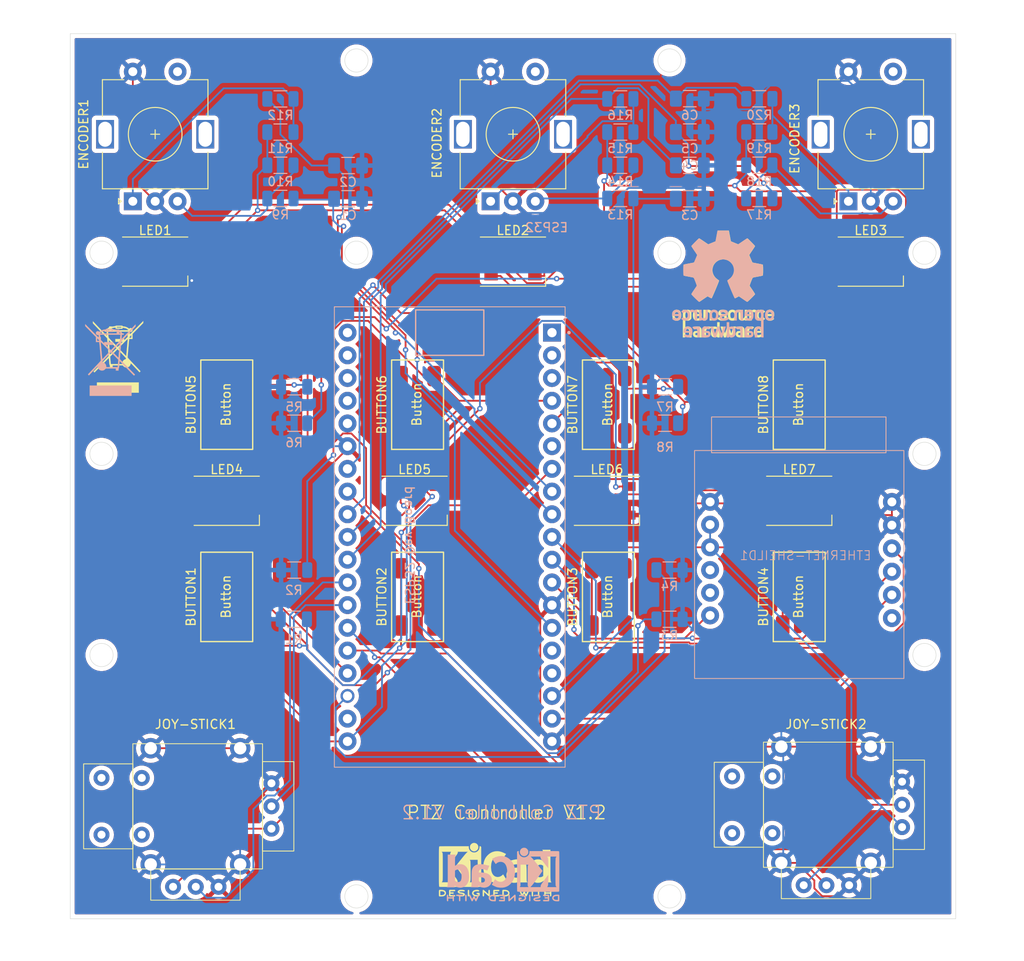
<source format=kicad_pcb>
(kicad_pcb (version 20240108) (generator "pcbnew") (generator_version "8.0")
  (layers (0 "F.Cu" signal) (31 "B.Cu" signal) (34 "B.Paste" user) (35 "F.Paste" user) (36 "B.SilkS" user "B.Silkscreen") (37 "F.SilkS" user "F.Silkscreen") (38 "B.Mask" user) (39 "F.Mask" user) (44 "Edge.Cuts" user))
  (net 0 "")
  (net 1 "RE_1_1")
  (net 2 "GND")
  (net 3 "RE_1_2")
  (net 4 "RE_2_1")
  (net 5 "RE_2_2")
  (net 6 "RE_3_1")
  (net 7 "RE_3_2")
  (net 8 "+3.3V")
  (net 9 "LED")
  (net 11 "B1")
  (net 12 "B2")
  (net 13 "B3")
  (net 14 "B4")
  (net 15 "B5")
  (net 16 "B6")
  (net 17 "B7")
  (net 18 "B8")
  (net 19 "/wire from Encoder 2")
  (net 20 "/wire from Encoder 1")
  (net 23 "H2")
  (net 27 "MISO")
  (net 28 "V1")
  (net 31 "SCK")
  (net 33 "H1")
  (net 34 "CS")
  (net 37 "V2")
  (net 40 "MOSI")
  (net 48 "/wire from Encoder 4")
  (net 49 "/LED Data 1")
  (net 50 "/wire from Encoder 3")
  (net 52 "/wire from Encoder 6")
  (net 53 "/wire from Encoder 5")
  (net 55 "/LED Data 2")
  (net 56 "/LED Data 3")
  (net 57 "/LED Data 4")
  (net 58 "/LED Data 5")
  (net 59 "/LED Data 6")
  (footprint "button:TWS4417-250AT" (layer "F.Cu") (at 161.6667 112.25 90)
    (property "Reference" "BUTTON3")
    (property "Value" "~")
  )
  (footprint "LED_SMD:LED_SK6812_PLCC4_5.0x5.0mm_P3.2mm" (layer "F.Cu") (at 183 101.5)
    (property "Reference" "LED7")
    (property "Value" "SK6812")
  )
  (footprint "LED_SMD:LED_SK6812_PLCC4_5.0x5.0mm_P3.2mm" (layer "F.Cu") (at 161.5 101.5)
    (property "Reference" "LED6")
    (property "Value" "SK6812")
  )
  (footprint "Symbol:KiCad-Logo2_5mm_SilkScreen" (layer "F.Cu") (at 149 142.75)
    (property "Reference" "REF1" (hide yes))
    (property "Value" "KiCad-Logo2_5mm_SilkScreen" (hide yes))
  )
  (footprint "Rotary_Encoder:RotaryEncoder_Alps_EC11E-Switch_Vertical_H20mm" (layer "F.Cu") (at 188.5 68 90)
    (property "Reference" "ENCODER3")
    (property "Value" "RotaryEncoder_Switch")
  )
  (footprint "button:TWS4417-250AT" (layer "F.Cu") (at 140.3333 90.75 90)
    (property "Reference" "BUTTON6")
    (property "Value" "~")
  )
  (footprint "Rotary_Encoder:RotaryEncoder_Alps_EC11E-Switch_Vertical_H20mm" (layer "F.Cu") (at 148.5 68 90)
    (property "Reference" "ENCODER2")
    (property "Value" "RotaryEncoder_Switch")
  )
  (footprint "Symbol:OSHW-Logo_11.4x12mm_SilkScreen" (layer "F.Cu") (at 174.5 77.25)
    (property "Reference" "REF4" (hide yes))
    (property "Value" "OSHW-Logo_11.4x12mm_SilkScreen" (hide yes))
  )
  (footprint "button:TWS4417-250AT" (layer "F.Cu") (at 161.6667 90.75 90)
    (property "Reference" "BUTTON7")
    (property "Value" "~")
  )
  (footprint "button:TWS4417-250AT" (layer "F.Cu") (at 183 112.25 90)
    (property "Reference" "BUTTON4")
    (property "Value" "~")
  )
  (footprint "LED_SMD:LED_SK6812_PLCC4_5.0x5.0mm_P3.2mm" (layer "F.Cu") (at 191 74.75)
    (property "Reference" "LED3")
    (property "Value" "SK6812")
  )
  (footprint "LED_SMD:LED_SK6812_PLCC4_5.0x5.0mm_P3.2mm" (layer "F.Cu") (at 151 74.75)
    (property "Reference" "LED2")
    (property "Value" "SK6812")
  )
  (footprint "PS4_joystick:COM-09032" (layer "F.Cu") (at 186.5 135.5 90)
    (property "Reference" "JOY-STICK2")
    (property "Value" "COM-09032")
  )
  (footprint "Rotary_Encoder:RotaryEncoder_Alps_EC11E-Switch_Vertical_H20mm" (layer "F.Cu") (at 108.5 68 90)
    (property "Reference" "ENCODER1")
    (property "Value" "RotaryEncoder_Switch")
  )
  (footprint "PS4_joystick:COM-09032" (layer "F.Cu") (at 116 135.675 90)
    (property "Reference" "JOY-STICK1")
    (property "Value" "COM-09032")
  )
  (footprint "button:TWS4417-250AT" (layer "F.Cu") (at 119 112.25 90)
    (property "Reference" "BUTTON1")
    (property "Value" "~")
  )
  (footprint "button:TWS4417-250AT" (layer "F.Cu") (at 119 90.75 90)
    (property "Reference" "BUTTON5")
    (property "Value" "~")
  )
  (footprint "LED_SMD:LED_SK6812_PLCC4_5.0x5.0mm_P3.2mm" (layer "F.Cu") (at 111 74.75)
    (property "Reference" "LED1")
    (property "Value" "SK6812")
  )
  (footprint "LED_SMD:LED_SK6812_PLCC4_5.0x5.0mm_P3.2mm" (layer "F.Cu") (at 119 101.5)
    (property "Reference" "LED4")
    (property "Value" "SK6812")
  )
  (footprint "Symbol:WEEE-Logo_5.6x8mm_SilkScreen" (layer "F.Cu") (at 106.845743 85.402408)
    (property "Reference" "REF6" (hide yes))
    (property "Value" "WEEE-Logo_5.6x8mm_SilkScreen" (hide yes))
  )
  (footprint "button:TWS4417-250AT" (layer "F.Cu") (at 183 90.75 90)
    (property "Reference" "BUTTON8")
    (property "Value" "~")
  )
  (footprint "button:TWS4417-250AT" (layer "F.Cu") (at 140.3333 112.25 90)
    (property "Reference" "BUTTON2")
    (property "Value" "~")
  )
  (footprint "LED_SMD:LED_SK6812_PLCC4_5.0x5.0mm_P3.2mm" (layer "F.Cu") (at 140 101.5)
    (property "Reference" "LED5")
    (property "Value" "SK6812")
  )
  (footprint "Capacitor_SMD:C_1206_3216Metric_Pad1.33x1.80mm_HandSolder" (layer "B.Cu") (at 132.5625 67.715)
    (property "Reference" "C1")
    (property "Value" "0.01uf")
  )
  (footprint "Resistor_SMD:R_1206_3216Metric" (layer "B.Cu") (at 126.5375 92.8214 180)
    (property "Reference" "R6")
    (property "Value" "R10k")
  )
  (footprint "Resistor_SMD:R_1206_3216Metric" (layer "B.Cu") (at 168 92.8214 180)
    (property "Reference" "R8")
    (property "Value" "R10k")
  )
  (footprint "Resistor_SMD:R_1206_3216Metric" (layer "B.Cu") (at 126.5 114.75 180)
    (property "Reference" "R1")
    (property "Value" "R10k")
  )
  (footprint "Symbol:WEEE-Logo_5.6x8mm_SilkScreen" (layer "B.Cu") (at 106 85.75 180)
    (property "Reference" "REF5" (hide yes))
    (property "Value" "WEEE-Logo_5.6x8mm_SilkScreen" (hide yes))
  )
  (footprint "Resistor_SMD:R_1206_3216Metric" (layer "B.Cu") (at 126.5375 109.25 180)
    (property "Reference" "R2")
    (property "Value" "R10k")
  )
  (footprint "Resistor_SMD:R_1206_3216Metric" (layer "B.Cu") (at 163 60.26)
    (property "Reference" "R15")
    (property "Value" "R10k")
  )
  (footprint "Symbol:KiCad-Logo2_5mm_SilkScreen" (layer "B.Cu") (at 149.900215 143.290008 180)
    (property "Reference" "REF2" (hide yes))
    (property "Value" "KiCad-Logo2_5mm_SilkScreen" (hide yes))
  )
  (footprint "Symbol:OSHW-Logo_11.4x12mm_SilkScreen" (layer "B.Cu") (at 174.5 77.25 180)
    (property "Reference" "REF3" (hide yes))
    (property "Value" "OSHW-Logo_11.4x12mm_SilkScreen" (hide yes))
  )
  (footprint "Capacitor_SMD:C_1206_3216Metric_Pad1.33x1.80mm_HandSolder" (layer "B.Cu") (at 170.7688 56.5175)
    (property "Reference" "C6")
    (property "Value" "0.01uf")
  )
  (footprint "Capacitor_SMD:C_1206_3216Metric_Pad1.33x1.80mm_HandSolder" (layer "B.Cu") (at 132.5625 64.0025)
    (property "Reference" "C2")
    (property "Value" "0.01uf")
  )
  (footprint "Resistor_SMD:R_1206_3216Metric" (layer "B.Cu") (at 168.5 114.75)
    (property "Reference" "R3")
    (property "Value" "R10k")
  )
  (footprint "Resistor_SMD:R_1206_3216Metric" (layer "B.Cu") (at 125 67.685)
    (property "Reference" "R9")
    (property "Value" "R10k")
  )
  (footprint "Capacitor_SMD:C_1206_3216Metric_Pad1.33x1.80mm_HandSolder" (layer "B.Cu") (at 170.7688 63.9825)
    (property "Reference" "C4")
    (property "Value" "0.01uf")
  )
  (footprint "Resistor_SMD:R_1206_3216Metric" (layer "B.Cu") (at 168.5 109.25)
    (property "Reference" "R4")
    (property "Value" "R10k")
  )
  (footprint "Resistor_SMD:R_1206_3216Metric" (layer "B.Cu") (at 163 63.9725)
    (property "Reference" "R14")
    (property "Value" "R10k")
  )
  (footprint "Resistor_SMD:R_1206_3216Metric" (layer "B.Cu") (at 125 63.9725)
    (property "Reference" "R10")
    (property "Value" "R10k")
  )
  (footprint "Resistor_SMD:R_1206_3216Metric" (layer "B.Cu") (at 178.5375 63.9675)
    (property "Reference" "R18")
    (property "Value" "R10k")
  )
  (footprint "Resistor_SMD:R_1206_3216Metric" (layer "B.Cu") (at 163 67.685)
    (property "Reference" "R13")
    (property "Value" "R10k")
  )
  (footprint "Resistor_SMD:R_1206_3216Metric" (layer "B.Cu") (at 126.5375 88.75 180)
    (property "Reference" "R5")
    (property "Value" "R10k")
  )
  (footprint "Capacitor_SMD:C_1206_3216Metric_Pad1.33x1.80mm_HandSolder" (layer "B.Cu") (at 170.7688 60.25)
    (property "Reference" "C5")
    (property "Value" "0.01uf")
  )
  (footprint "Custom components:MODULE_ESP32-DEVKITC-32D" (layer "B.Cu") (at 143.93 105.55 180)
    (property "Reference" "ESP32")
    (property "Value" "ESP32-DEVKITC-32D")
  )
  (footprint "Capacitor_SMD:C_1206_3216Metric_Pad1.33x1.80mm_HandSolder" (layer "B.Cu") (at 170.7688 67.715)
    (property "Reference" "C3")
    (property "Value" "0.01uf")
  )
  (footprint "Resistor_SMD:R_1206_3216Metric" (layer "B.Cu") (at 178.5375 56.5325)
    (property "Reference" "R20")
    (property "Value" "R10k")
  )
  (footprint "Resistor_SMD:R_1206_3216Metric" (layer "B.Cu") (at 125 60.26)
    (property "Reference" "R11")
    (property "Value" "R10k")
  )
  (footprint "Resistor_SMD:R_1206_3216Metric" (layer "B.Cu") (at 125 56.5475)
    (property "Reference" "R12")
    (property "Value" "R10k")
  )
  (footprint "Resistor_SMD:R_1206_3216Metric" (layer "B.Cu") (at 168 88.75 180)
    (property "Reference" "R7")
    (property "Value" "R10k")
  )
  (footprint "Resistor_SMD:R_1206_3216Metric" (layer "B.Cu") (at 178.5375 67.685)
    (property "Reference" "R17")
    (property "Value" "R10k")
  )
  (footprint "Resistor_SMD:R_1206_3216Metric" (layer "B.Cu") (at 163 56.5475)
    (property "Reference" "R16")
    (property "Value" "R10k")
  )
  (footprint "Ethernet_Sheild:W5500_mini_ethernet_sheild" (layer "B.Cu") (at 183.2 107.625 180)
    (property "Reference" "ETHERNET-SHEILD1")
    (property "Value" "~")
  )
  (footprint "Resistor_SMD:R_1206_3216Metric" (layer "B.Cu") (at 178.5375 60.25)
    (property "Reference" "R19")
    (property "Value" "R10k")
  )
  (gr_circle (center 168.5 52.25) (end 169.8 52.25) (stroke (width 0.05)) (fill none) (layer "Edge.Cuts"))
  (gr_circle (center 168.5 73.75) (end 169.8 73.75) (stroke (width 0.05)) (fill none) (layer "Edge.Cuts"))
  (gr_circle (center 197 73.75) (end 198.3 73.75) (stroke (width 0.05)) (fill none) (layer "Edge.Cuts"))
  (gr_circle (center 197 96.25) (end 198.3 96.25) (stroke (width 0.05)) (fill none) (layer "Edge.Cuts"))
  (gr_circle (center 105 118.75) (end 106.3 118.75) (stroke (width 0.05)) (fill none) (layer "Edge.Cuts"))
  (gr_circle (center 197 118.75) (end 198.3 118.75) (stroke (width 0.05)) (fill none) (layer "Edge.Cuts"))
  (gr_circle (center 133.5 52.25) (end 134.8 52.25) (stroke (width 0.05)) (fill none) (layer "Edge.Cuts"))
  (gr_circle (center 105 73.75) (end 106.3 73.75) (stroke (width 0.05)) (fill none) (layer "Edge.Cuts"))
  (gr_rect (start 101.5 49.25) (end 200.5 148.25) (stroke (width 0.05)) (fill none) (layer "Edge.Cuts"))
  (gr_circle (center 133.5 145.75) (end 134.8 145.75) (stroke (width 0.05)) (fill none) (layer "Edge.Cuts"))
  (gr_circle (center 133.5 73.75) (end 134.8 73.75) (stroke (width 0.05)) (fill none) (layer "Edge.Cuts"))
  (gr_circle (center 168.5 145.75) (end 169.8 145.75) (stroke (width 0.05)) (fill none) (layer "Edge.Cuts"))
  (gr_circle (center 105 96.25) (end 106.3 96.25) (stroke (width 0.05)) (fill none) (layer "Edge.Cuts"))
  (gr_text "PTZ Controller V1.2\n" (at 161 137.25 0) (layer "B.SilkS") (effects (font (size 1.5 1.5)) (justify left bottom mirror)))
  (gr_text "PTZ Controller V1.2" (at 139 137.25 0) (layer "F.SilkS") (effects (font (size 1.5 1.5)) (justify left bottom)))
  (segment (start 140.2899 83.6444) (end 131.87 75.2245) (width 0.2) (layer "F.Cu") (net 1))
  (segment (start 140.2899 85.7045) (end 140.2899 83.6444) (width 0.2) (layer "F.Cu") (net 1))
  (segment (start 131.87 70.9922) (end 132.0618 70.8004) (width 0.2) (layer "F.Cu") (net 1))
  (segment (start 131.87 75.2245) (end 131.87 70.9922) (width 0.2) (layer "F.Cu") (net 1))
  (via (at 132.0618 70.8004) (size 0.6) (drill 0.3) (layers "F.Cu" "B.Cu") (net 1))
  (via (at 140.2899 85.7045) (size 0.6) (drill 0.3) (layers "F.Cu" "B.Cu") (net 1))
  (segment (start 132.0618 70.8004) (end 131.5654 70.8004) (width 0.2) (layer "B.Cu") (net 1))
  (segment (start 130.9039 67.8111) (end 126.5886 67.8111) (width 0.2) (layer "B.Cu") (net 1))
  (segment (start 130.9039 70.1389) (end 130.9039 67.8111) (width 0.2) (layer "B.Cu") (net 1))
  (segment (start 131.5654 70.8004) (end 130.9039 70.1389) (width 0.2) (layer "B.Cu") (net 1))
  (segment (start 126.5886 67.8111) (end 126.4625 67.685) (width 0.2) (layer "B.Cu") (net 1))
  (segment (start 130.9039 67.8111) (end 131 67.715) (width 0.2) (layer "B.Cu") (net 1))
  (segment (start 140.2899 87.9399) (end 140.2899 85.7045) (width 0.2) (layer "B.Cu") (net 1))
  (segment (start 155.36 103.01) (end 140.2899 87.9399) (width 0.2) (layer "B.Cu") (net 1))
  (segment (start 182.7256 142) (end 184.6907 143.9651) (width 0.2) (layer "F.Cu") (net 2))
  (segment (start 185.45 103.1) (end 184.3983 103.1) (width 0.2) (layer "F.Cu") (net 2))
  (segment (start 155.36 128.41) (end 154.0502 127.1002) (width 0.2) (layer "F.Cu") (net 2))
  (segment (start 108.5 53.5) (end 108.5 65.5) (width 0.2) (layer "F.Cu") (net 2))
  (segment (start 193.36 103.1) (end 193.36 101.625) (width 0.2) (layer "F.Cu") (net 2))
  (segment (start 153.45 76.35) (end 154.5017 76.35) (width 0.2) (layer "F.Cu") (net 2))
  (segment (start 173.04 101.625) (end 173.04 101.7883) (width 0.2) (layer "F.Cu") (net 2))
  (segment (start 115.018 76.8663) (end 114.5017 76.35) (width 0.2) (layer "F.Cu") (net 2))
  (segment (start 191 129) (end 181 129) (width 0.2) (layer "F.Cu") (net 2))
  (segment (start 155.95 129) (end 155.36 128.41) (width 0.2) (layer "F.Cu") (net 2))
  (segment (start 125.0669 103.1) (end 132.5 95.6669) (width 0.2) (layer "F.Cu") (net 2))
  (segment (start 154.0502 114.4798) (end 155.36 113.17) (width 0.2) (layer "F.Cu") (net 2))
  (segment (start 173.04 101.7883) (end 183.0866 101.7883) (width 0.2) (layer "F.Cu") (net 2))
  (segment (start 154.5017 71.5017) (end 154.5017 76.35) (width 0.2) (layer "F.Cu") (net 2))
  (segment (start 165.0017 103.1) (end 166.3134 101.7883) (width 0.2) (layer "F.Cu") (net 2))
  (segment (start 113.45 76.35) (end 114.5017 76.35) (width 0.2) (layer "F.Cu") (net 2))
  (segment (start 118.08 144.595) (end 118.08 144.675) (width 0.2) (layer "F.Cu") (net 2))
  (segment (start 181 142) (end 182.7256 142) (width 0.2) (layer "F.Cu") (net 2))
  (segment (start 108.5 65.5) (end 111 68) (width 0.2) (layer "F.Cu") (net 2))
  (segment (start 145.29 103.1) (end 155.36 113.17) (width 0.2) (layer "F.Cu") (net 2))
  (segment (start 148.5 53.5) (end 148.5 65.5) (width 0.2) (layer "F.Cu") (net 2))
  (segment (start 187.3526 145.7274) (end 188.58 144.5) (width 0.2) (layer "F.Cu") (net 2))
  (segment (start 184.6907 143.9651) (end 184.6907 144.8487) (width 0.2) (layer "F.Cu") (net 2))
  (segment (start 193.36 104.225) (end 193.36 103.1) (width 0.2) (layer "F.Cu") (net 2))
  (segment (start 166.3134 101.7883) (end 173.04 101.7883) (width 0.2) (layer "F.Cu") (net 2))
  (segment (start 115.0943 76.8663) (end 115.018 76.8663) (width 0.2) (layer "F.Cu") (net 2))
  (segment (start 154.0502 127.1002) (end 154.0502 114.4798) (width 0.2) (layer "F.Cu") (net 2))
  (segment (start 184.6907 144.8487) (end 185.5694 145.7274) (width 0.2) (layer "F.Cu") (net 2))
  (segment (start 121.45 103.1) (end 122.5017 103.1) (width 0.2) (layer "F.Cu") (net 2))
  (segment (start 185.5694 145.7274) (end 187.3526 145.7274) (width 0.2) (layer "F.Cu") (net 2))
  (segment (start 194.5017 76.35) (end 194.5017 71.5017) (width 0.2) (layer "F.Cu") (net 2))
  (segment (start 193.36 103.1) (end 186.5017 103.1) (width 0.2) (layer "F.Cu") (net 2))
  (segment (start 183.0866 101.7883) (end 184.3983 103.1) (width 0.2) (layer "F.Cu") (net 2))
  (segment (start 132.5 95.6669) (end 132.5 95.39) (width 0.2) (layer "F.Cu") (net 2))
  (segment (start 181 129) (end 155.95 129) (width 0.2) (layer "F.Cu") (net 2))
  (segment (start 163.95 103.1) (end 165.0017 103.1) (width 0.2) (layer "F.Cu") (net 2))
  (segment (start 148.5 65.5) (end 151 68) (width 0.2) (layer "F.Cu") (net 2))
  (segment (start 194.5017 71.5017) (end 191 68) (width 0.2) (layer "F.Cu") (net 2))
  (segment (start 151 68) (end 154.5017 71.5017) (width 0.2) (layer "F.Cu") (net 2))
  (segment (start 142.45 103.1) (end 145.29 103.1) (width 0.2) (layer "F.Cu") (net 2))
  (segment (start 120.5 142.175) (end 118.08 144.595) (width 0.2) (layer "F.Cu") (net 2))
  (segment (start 122.5017 103.1) (end 125.0669 103.1) (width 0.2) (layer "F.Cu") (net 2))
  (segment (start 193.45 76.35) (end 194.5017 76.35) (width 0.2) (layer "F.Cu") (net 2))
  (segment (start 110.5 129.175) (end 120.5 129.175) (width 0.2) (layer "F.Cu") (net 2))
  (segment (start 185.45 103.1) (end 186.5017 103.1) (width 0.2) (layer "F.Cu") (net 2))
  (via (at 115.0943 76.8663) (size 0.6) (drill 0.3) (layers "F.Cu" "B.Cu") (net 2))
  (segment (start 161.6367 69.3048) (end 163.4006 67.5409) (width 0.2) (layer "B.Cu") (net 2))
  (segment (start 181 142) (end 181.2141 141.7859) (width 0.2) (layer "B.Cu") (net 2))
  (segment (start 188.5 53.5) (end 188.5 54.5282) (width 0.2) (layer "B.Cu") (net 2))
  (segment (start 178.5375 56.2554) (end 178.5375 56.7938) (width 0.2) (layer "B.Cu") (net 2))
  (segment (start 125.075 97.9586) (end 127.6436 95.39) (width 0.2) (layer "B.Cu") (net 2))
  (segment (start 194.5 132.5) (end 194.5 132.92) (width 0.2) (layer "B.Cu") (net 2))
  (segment (start 173.04 101.625) (end 166.5375 95.1225) (width 0.2) (layer "B.Cu") (net 2))
  (segment (start 125.075 78.714) (end 116.942 78.714) (width 0.2) (layer "B.Cu") (net 2))
  (segment (start 120.5 129.175) (end 125.0375 124.6375) (width 0.2) (layer "B.Cu") (net 2))
  (segment (start 163.4006 67.5409) (end 163.4006 67.0226) (width 0.2) (layer "B.Cu") (net 2))
  (segment (start 169.9625 104.7025) (end 173.04 101.625) (width 0.2) (layer "B.Cu") (net 2))
  (segment (start 120.5 136.595) (end 120.5 142.175) (width 0.2) (layer "B.Cu") (net 2))
  (segment (start 152.3048 69.3048) (end 161.6367 69.3048) (width 0.2) (layer "B.Cu") (net 2))
  (segment (start 166.5375 88.75) (end 166.5375 92.8214) (width 0.2) (layer "B.Cu") (net 2))
  (segment (start 124 132.675) (end 124 133.095) (width 0.2) (layer "B.Cu") (net 2))
  (segment (start 137.9975 64.0025) (end 134.125 64.0025) (width 0.2) (layer "B.Cu") (net 2))
  (segment (start 172.3313 60.25) (end 172.3313 57.7192) (width 0.2) (layer "B.Cu") (net 2))
  (segment (start 125.075 78.714) (end 125.075 88.75) (width 0.2) (layer "B.Cu") (net 2))
  (segment (start 181 125.7875) (end 181 129) (width 0.2) (layer "B.Cu") (net 2))
  (segment (start 172.3313 57.7192) (end 172.3313 56.5175) (width 0.2) (layer "B.Cu") (net 2))
  (segment (start 125.075 92.8214) (end 127.6436 95.39) (width 0.2) (layer "B.Cu") (net 2))
  (segment (start 191 68) (end 191 57.0282) (width 0.2) (layer "B.Cu") (net 2))
  (segment (start 191 142.08) (end 191 142) (width 0.2) (layer "B.Cu") (net 2))
  (segment (start 180.2647 54.5282) (end 178.5375 56.2554) (width 0.2) (layer "B.Cu") (net 2))
  (segment (start 169.9625 109.25) (end 169.9625 104.7025) (width 0.2) (layer "B.Cu") (net 2))
  (segment (start 134.125 64.0025) (end 134.125 67.715) (width 0.2) (layer "B.Cu") (net 2))
  (segment (start 118.08 144.675) (end 115.58 142.175) (width 0.2) (layer "B.Cu") (net 2))
  (segment (start 163.4006 67.0226) (end 163.9181 66.5051) (width 0.2) (layer "B.Cu") (net 2))
  (segment (start 134.125 67.715) (end 134.125 69.664) (width 0.2) (layer "B.Cu") (net 2))
  (segment (start 172.3313 67.715) (end 172.3313 66.5051) (width 0.2) (layer "B.Cu") (net 2))
  (segment (start 115.58 142.175) (end 110.5 142.175) (width 0.2) (layer "B.Cu") (net 2))
  (segment (start 181.2141 141.7859) (end 181.2141 129.2141) (width 0.2) (layer "B.Cu") (net 2))
  (segment (start 151 68) (end 152.3048 69.3048) (width 0.2) (layer "B.Cu") (net 2))
  (segment (start 188.58 144.5) (end 191 142.08) (width 0.2) (layer "B.Cu") (net 2))
  (segment (start 178.5375 56.7938) (end 177.6121 57.7192) (width 0.2) (layer "B.Cu") (net 2))
  (segment (start 163.9181 66.5051) (end 172.3313 66.5051) (width 0.2) (layer "B.Cu") (net 2))
  (segment (start 172.3313 82.9562) (end 172.3313 67.715) (width 0.2) (layer "B.Cu") (net 2))
  (segment (start 134.125 69.664) (end 125.075 78.714) (width 0.2) (layer "B.Cu") (net 2))
  (segment (start 181.2141 129.2141) (end 181 129) (width 0.2) (layer "B.Cu") (net 2))
  (segment (start 148.5 53.5) (end 137.9975 64.0025) (width 0.2) (layer "B.Cu") (net 2))
  (segment (start 191 57.0282) (end 188.5 54.5282) (width 0.2) (layer "B.Cu") (net 2))
  (segment (start 120.5 129.175) (end 124 132.675) (width 0.2) (layer "B.Cu") (net 2))
  (segment (start 172.3313 66.5051) (end 172.3313 63.9825) (width 0.2) (layer "B.Cu") (net 2))
  (segment (start 127.6436 95.39) (end 132.5 95.39) (width 0.2) (layer "B.Cu") (net 2))
  (segment (start 125.075 88.75) (end 125.075 92.8214) (width 0.2) (layer "B.Cu") (net 2))
  (segment (start 188.5 54.5282) (end 180.2647 54.5282) (width 0.2) (layer "B.Cu") (net 2))
  (segment (start 166.5375 95.1225) (end 166.5375 92.8214) (width 0.2) (layer "B.Cu") (net 2))
  (segment (start 125.075 109.25) (end 125.075 97.9586) (width 0.2) (layer "B.Cu") (net 2))
  (segment (start 125.0375 114.75) (end 125.0375 109.2875) (width 0.2) (layer "B.Cu") (net 2))
  (segment (start 124 133.095) (end 120.5 136.595) (width 0.2) (layer "B.Cu") (net 2))
  (segment (start 177.6121 57.7192) (end 172.3313 57.7192) (width 0.2) (layer "B.Cu") (net 2))
  (segment (start 169.9625 114.75) (end 181 125.7875) (width 0.2) (layer "B.Cu") (net 2))
  (segment (start 125.0375 124.6375) (end 125.0375 114.75) (width 0.2) (layer "B.Cu") (net 2))
  (segment (start 172.3313 63.9825) (end 172.3313 60.25) (width 0.2) (layer "B.Cu") (net 2))
  (segment (start 111 68) (end 115.0943 72.0943) (width 0.2) (layer "B.Cu") (net 2))
  (segment (start 191 129) (end 194.5 132.5) (width 0.2) (layer "B.Cu") (net 2))
  (segment (start 115.0943 72.0943) (end 115.0943 76.8663) (width 0.2) (layer "B.Cu") (net 2))
  (segment (start 169.9625 114.75) (end 169.9625 109.25) (width 0.2) (layer "B.Cu") (net 2))
  (segment (start 166.5375 88.75) (end 172.3313 82.9562) (width 0.2) (layer "B.Cu") (net 2))
  (segment (start 125.0375 109.2875) (end 125.075 109.25) (width 0.2) (layer "B.Cu") (net 2))
  (segment (start 116.942 78.714) (end 115.0943 76.8663) (width 0.2) (layer "B.Cu") (net 2))
  (segment (start 131.5387 69.8019) (end 131.4191 69.9215) (width 0.2) (layer "F.Cu") (net 3))
  (segment (start 131.4191 75.4132) (end 138.9923 82.9864) (width 0.2) (layer "F.Cu") (net 3))
  (segment (start 131.4191 69.9215) (end 131.4191 75.4132) (width 0.2) (layer "F.Cu") (net 3))
  (segment (start 138.9923 82.9864) (end 138.9923 84.6175) (width 0.2) (layer "F.Cu") (net 3))
  (via (at 131.5387 69.8019) (size 0.6) (drill 0.3) (layers "F.Cu" "B.Cu") (net 3))
  (via (at 138.9923 84.6175) (size 0.6) (drill 0.3) (layers "F.Cu" "B.Cu") (net 3))
  (segment (start 144.4967 92.7254) (end 138.9923 87.221) (width 0.2) (layer "B.Cu") (net 3))
  (segment (start 125 58.01) (end 125 60.5172) (width 0.2) (layer "B.Cu") (net 3))
  (segment (start 138.9923 87.221) (end 138.9923 84.6175) (width 0.2) (layer "B.Cu") (net 3))
  (segment (start 144.4967 104.8467) (end 144.4967 92.7254) (width 0.2) (layer "B.Cu") (net 3))
  (segment (start 155.36 115.71) (end 144.4967 104.8467) (width 0.2) (layer "B.Cu") (net 3))
  (segment (start 131.9866 64.9891) (end 131 64.0025) (width 0.2) (layer "B.Cu") (net 3))
  (segment (start 131.5387 69.8019) (end 131.9866 69.354) (width 0.2) (layer "B.Cu") (net 3))
  (segment (start 123.5375 56.5475) (end 125 58.01) (width 0.2) (layer "B.Cu") (net 3))
  (segment (start 131.9866 69.354) (end 131.9866 64.9891) (width 0.2) (layer "B.Cu") (net 3))
  (segment (start 125 60.5172) (end 128.4853 64.0025) (width 0.2) (layer "B.Cu") (net 3))
  (segment (start 128.4853 64.0025) (end 131 64.0025) (width 0.2) (layer "B.Cu") (net 3))
  (segment (start 164.4625 67.715) (end 164.4625 67.685) (width 0.2) (layer "B.Cu") (net 4))
  (segment (start 164.4625 67.715) (end 169.2063 67.715) (width 0.2) (layer "B.Cu") (net 4))
  (segment (start 155.7304 123.33) (end 164.4625 114.5979) (width 0.2) (layer "B.Cu") (net 4))
  (segment (start 164.4625 114.5979) (end 164.4625 67.715) (width 0.2) (layer "B.Cu") (net 4))
  (segment (start 155.36 123.33) (end 155.7304 123.33) (width 0.2) (layer "B.Cu") (net 4))
  (segment (start 132.5 108.09) (end 136.207 104.383) (width 0.2) (layer "B.Cu") (net 5))
  (segment (start 136.7912 77.2676) (end 157.5113 56.5475) (width 0.2) (layer "B.Cu") (net 5))
  (segment (start 136.7912 77.9601) (end 136.7912 77.2676) (width 0.2) (layer "B.Cu") (net 5))
  (segment (start 166.1407 56.4956) (end 166.1407 60.9169) (width 0.2) (layer "B.Cu") (net 5))
  (segment (start 166.1407 60.9169) (end 169.2063 63.9825) (width 0.2) (layer "B.Cu") (net 5))
  (segment (start 164.9932 55.3481) (end 166.1407 56.4956) (width 0.2) (layer "B.Cu") (net 5))
  (segment (start 136.207 78.5443) (end 136.7912 77.9601) (width 0.2) (layer "B.Cu") (net 5))
  (segment (start 157.5113 56.5475) (end 161.5375 56.5475) (width 0.2) (layer "B.Cu") (net 5))
  (segment (start 136.207 104.383) (end 136.207 78.5443) (width 0.2) (layer "B.Cu") (net 5))
  (segment (start 162.7369 55.3481) (end 164.9932 55.3481) (width 0.2) (layer "B.Cu") (net 5))
  (segment (start 161.5375 56.5475) (end 162.7369 55.3481) (width 0.2) (layer "B.Cu") (net 5))
  (segment (start 170.6473 64.0532) (end 177.1205 64.0532) (width 0.2) (layer "F.Cu") (net 6))
  (segment (start 177.1205 64.0532) (end 179.0426 65.9753) (width 0.2) (layer "F.Cu") (net 6))
  (via (at 179.0426 65.9753) (size 0.6) (drill 0.3) (layers "F.Cu" "B.Cu") (net 6))
  (via (at 170.6473 64.0532) (size 0.6) (drill 0.3) (layers "F.Cu" "B.Cu") (net 6))
  (segment (start 169.2063 58.9838) (end 169.2063 60.25) (width 0.2) (layer "B.Cu") (net 6))
  (segment (start 135.1085 79.0727) (end 136.3638 77.8174) (width 0.2) (layer "B.Cu") (net 6))
  (segment (start 165.1475 54.925) (end 169.2063 58.9838) (width 0.2) (layer "B.Cu") (net 6))
  (segment (start 135.1085 102.9415) (end 135.1085 79.0727) (width 0.2) (layer "B.Cu") (net 6))
  (segment (start 132.5 105.55) (end 135.1085 102.9415) (width 0.2) (layer "B.Cu") (net 6))
  (segment (start 136.3638 77.8174) (end 136.3638 77.1067) (width 0.2) (layer "B.Cu") (net 6))
  (segment (start 136.3638 77.1067) (end 158.5455 54.925) (width 0.2) (layer "B.Cu") (net 6))
  (segment (start 169.2063 60.25) (end 170.6473 61.691) (width 0.2) (layer "B.Cu") (net 6))
  (segment (start 158.5455 54.925) (end 165.1475 54.925) (width 0.2) (layer "B.Cu") (net 6))
  (segment (start 170.6473 61.691) (end 170.6473 64.0532) (width 0.2) (layer "B.Cu") (net 6))
  (segment (start 180 66.9327) (end 180 67.685) (width 0.2) (layer "B.Cu") (net 6))
  (segment (start 179.0426 65.9753) (end 180 66.9327) (width 0.2) (layer "B.Cu") (net 6))
  (segment (start 135.9458 76.9347) (end 158.3759 54.5046) (width 0.2) (layer "B.Cu") (net 7))
  (segment (start 134.3357 79.2586) (end 135.9458 77.6485) (width 0.2) (layer "B.Cu") (net 7))
  (segment (start 134.3357 101.1743) (end 134.3357 79.2586) (width 0.2) (layer "B.Cu") (net 7))
  (segment (start 135.9458 77.6485) (end 135.9458 76.9347) (width 0.2) (layer "B.Cu") (net 7))
  (segment (start 170.4216 55.3022) (end 169.2063 56.5175) (width 0.2) (layer "B.Cu") (net 7))
  (segment (start 167.1934 54.5046) (end 169.2063 56.5175) (width 0.2) (layer "B.Cu") (net 7))
  (segment (start 175.8447 55.3022) (end 170.4216 55.3022) (width 0.2) (layer "B.Cu") (net 7))
  (segment (start 158.3759 54.5046) (end 167.1934 54.5046) (width 0.2) (layer "B.Cu") (net 7))
  (segment (start 177.075 56.5325) (end 175.8447 55.3022) (width 0.2) (layer "B.Cu") (net 7))
  (segment (start 132.5 103.01) (end 134.3357 101.1743) (width 0.2) (layer "B.Cu") (net 7))
  (segment (start 109.6017 73.15) (end 110.0026 73.15) (width 0.2) (layer "F.Cu") (net 8))
  (segment (start 159.475 99.9) (end 157.9914 101.3836) (width 0.2) (layer "F.Cu") (net 8))
  (segment (start 138.4833 99.8584) (end 138.4417 99.9) (width 0.2) (layer "F.Cu") (net 8))
  (segment (start 194.0462 66.6983) (end 187.375 66.6983) (width 0.2) (layer "F.Cu") (net 8))
  (segment (start 149.6017 73.15) (end 149.6017 74.2017) (width 0.2) (layer "F.Cu") (net 8))
  (segment (start 178.6693 99.071) (end 178.7953 99.1969) (width 0.2) (layer "F.Cu") (net 8))
  (segment (start 181.15 109.05) (end 178.805 106.705) (width 0.2) (layer "F.Cu") (net 8))
  (segment (start 148.55 73.15) (end 149.6017 73.15) (width 0.2) (layer "F.Cu") (net 8))
  (segment (start 185.5448 86.0971) (end 194.9332 76.7087) (width 0.2) (layer "F.Cu") (net 8))
  (segment (start 178.805 106.705) (end 173.04 106.705) (width 0.2) (layer "F.Cu") (net 8))
  (segment (start 138.4833 117.8235) (end 138.326 117.9808) (width 0.2) (layer "F.Cu") (net 8))
  (segment (start 115.4983 99.9) (end 115.4983 107.3983) (width 0.2) (layer "F.Cu") (net 8))
  (segment (start 113 144.675) (end 119.5 138.175) (width 0.2) (layer "F.Cu") (net 8))
  (segment (start 160.1017 94.235) (end 159.8167 93.95) (width 0.2) (layer "F.Cu") (net 8))
  (segment (start 117.15 87.55) (end 117.15 93.95) (width 0.2) (layer "F.Cu") (net 8))
  (segment (start 194.9332 67.5853) (end 194.0462 66.6983) (width 0.2) (layer "F.Cu") (net 8))
  (segment (start 178.7953 99.1969) (end 179.4983 99.9) (width 0.2) (layer "F.Cu") (net 8))
  (segment (start 159.05 99.9) (end 159.475 99.9) (width 0.2) (layer "F.Cu") (net 8))
  (segment (start 188.55 73.15) (end 187.4983 73.15) (width 0.2) (layer "F.Cu") (net 8))
  (segment (start 148.0242 73.15) (end 148.55 73.15) (width 0.2) (layer "F.Cu") (net 8))
  (segment (start 182.5961 95.3961) (end 178.7953 99.1969) (width 0.2) (layer "F.Cu") (net 8))
  (segment (start 117.6017 94.4017) (end 117.6017 99.9) (width 0.2) (layer "F.Cu") (net 8))
  (segment (start 182.5961 95.3961) (end 181.15 93.95) (width 0.2) (layer "F.Cu") (net 8))
  (segment (start 110.0026 80.4026) (end 117.15 87.55) (width 0.2) (layer "F.Cu") (net 8))
  (segment (start 138.4833 93.95) (end 138.4833 99.8584) (width 0.2) (layer "F.Cu") (net 8))
  (segment (start 115.4983 107.3983) (end 117.15 109.05) (width 0.2) (layer "F.Cu") (net 8))
  (segment (start 194.9332 76.7087) (end 194.9332 67.5853) (width 0.2) (layer "F.Cu") (net 8))
  (segment (start 160.1017 99.071) (end 160.1017 94.235) (width 0.2) (layer "F.Cu") (net 8))
  (segment (start 152.5517 77.1517) (end 154.3866 77.1517) (width 0.2) (layer "F.Cu") (net 8))
  (segment (start 137.55 99.9) (end 138.195 99.9) (width 0.2) (layer "F.Cu") (net 8))
  (segment (start 130.11 128.41) (end 130.11 132.065) (width 0.2) (layer "F.Cu") (net 8))
  (segment (start 110.8043 72.3483) (end 110.0026 73.15) (width 0.2) (layer "F.Cu") (net 8))
  (segment (start 110.0026 73.15) (end 110.0026 80.4026) (width 0.2) (layer "F.Cu") (net 8))
  (segment (start 176.4268 66.875) (end 175.8014 66.2496) (width 0.2) (layer "F.Cu") (net 8))
  (segment (start 157.9914 101.3836) (end 157.9914 103.7649) (width 0.2) (layer "F.Cu") (net 8))
  (segment (start 187.1983 72.85) (end 187.4983 73.15) (width 0.2) (layer "F.Cu") (net 8))
  (segment (start 187.1983 66.875) (end 176.4268 66.875) (width 0.2) (layer "F.Cu") (net 8))
  (segment (start 181.15 115.45) (end 181.15 109.05) (width 0.2) (layer "F.Cu") (net 8))
  (segment (start 187.1983 66.875) (end 187.1983 72.85) (width 0.2) (layer "F.Cu") (net 8))
  (segment (start 175.8014 66.2496) (end 161.711 66.2496) (width 0.2) (layer "F.Cu") (net 8))
  (segment (start 119.5 138.175) (end 124 138.175) (width 0.2) (layer "F.Cu") (net 8))
  (segment (start 161.711 66.2496) (end 161.1822 65.7208) (width 0.2) (layer "F.Cu") (net 8))
  (segment (start 159.475 99.9) (end 160.1017 99.9) (width 0.2) (layer "F.Cu") (net 8))
  (segment (start 117.15 115.45) (end 130.11 128.41) (width 0.2) (layer "F.Cu") (net 8))
  (segment (start 130.11 128.41) (end 132.5 128.41) (width 0.2) (layer "F.Cu") (net 8))
  (segment (start 116.55 99.9) (end 115.4983 99.9) (width 0.2) (layer "F.Cu") (net 8))
  (segment (start 187.375 66.6983) (end 187.1983 66.875) (width 0.2) (layer "F.Cu") (net 8))
  (segment (start 148.0242 73.15) (end 147.4983 73.15) (width 0.2) (layer "F.Cu") (net 8))
  (segment (start 161.1822 70.3561) (end 161.1822 65.7208) (width 0.2) (layer "F.Cu") (net 8))
  (segment (start 116.55 99.9) (end 117.6017 99.9) (width 0.2) (layer "F.Cu") (net 8))
  (segment (start 130.11 132.065) (end 124 138.175) (width 0.2) (layer "F.Cu") (net 8))
  (segment (start 159.8167 109.05) (end 159.8167 115.45) (width 0.2) (layer "F.Cu") (net 8))
  (segment (start 162.1617 106.705) (end 161.5466 107.3201) (width 0.2) (layer "F.Cu") (net 8))
  (segment (start 138.4833 115.45) (end 138.4833 109.05) (width 0.2) (layer "F.Cu") (net 8))
  (segment (start 138.4417 99.9) (end 138.4417 101.701) (width 0.2) (layer "F.Cu") (net 8))
  (segment (start 161.5466 107.3201) (end 159.8167 109.05) (width 0.2) (layer "F.Cu") (net 8))
  (segment (start 185.9518 86.5041) (end 185.9518 95.0176) (width 0.2) (layer "F.Cu") (net 8))
  (segment (start 122.4542 69.0113) (end 119.1172 72.3483) (width 0.2) (layer "F.Cu") (net 8))
  (segment (start 117.15 109.05) (end 117.15 115.45) (width 0.2) (layer "F.Cu") (net 8))
  (segment (start 185.5733 95.3961) (end 182.5961 95.3961) (width 0.2) (layer "F.Cu") (net 8))
  (segment (start 181.15 87.55) (end 182.6029 86.0971) (width 0.2) (layer "F.Cu") (net 8))
  (segment (start 149.6017 74.2017) (end 152.5517 77.1517) (width 0.2) (layer "F.Cu") (net 8))
  (segment (start 138.195 99.9) (end 138.4417 99.9) (width 0.2) (layer "F.Cu") (net 8))
  (segment (start 160.1017 99.9) (end 160.1017 99.071) (width 0.2) (layer "F.Cu") (net 8))
  (segment (start 159.8167 87.55) (end 159.8167 93.95) (width 0.2) (layer "F.Cu") (net 8))
  (segment (start 119.1172 72.3483) (end 110.8043 72.3483) (width 0.2) (layer "F.Cu") (net 8))
  (segment (start 154.3866 77.1517) (end 161.1822 70.3561) (width 0.2) (layer "F.Cu") (net 8))
  (segment (start 108.55 73.15) (end 109.6017 73.15) (width 0.2) (layer "F.Cu") (net 8))
  (segment (start 157.9914 103.7649) (end 161.5466 107.3201) (width 0.2) (layer "F.Cu") (net 8))
  (segment (start 138.4833 93.95) (end 138.4833 87.55) (width 0.2) (layer "F.Cu") (net 8))
  (segment (start 138.4417 101.701) (end 138.7879 102.0472) (width 0.2) (layer "F.Cu") (net 8))
  (segment (start 185.9518 95.0176) (end 185.5733 95.3961) (width 0.2) (layer "F.Cu") (net 8))
  (segment (start 182.6029 86.0971) (end 185.5448 86.0971) (width 0.2) (layer "F.Cu") (net 8))
  (segment (start 122.4542 69.0113) (end 143.3596 69.0113) (width 0.2) (layer "F.Cu") (net 8))
  (segment (start 160.1017 99.071) (end 178.6693 99.071) (width 0.2) (layer "F.Cu") (net 8))
  (segment (start 180.55 99.9) (end 179.4983 99.9) (width 0.2) (layer "F.Cu") (net 8))
  (segment (start 185.5448 86.0971) (end 185.9518 86.5041) (width 0.2) (layer "F.Cu") (net 8))
  (segment (start 173.04 106.705) (end 162.1617 106.705) (width 0.2) (layer "F.Cu") (net 8))
  (segment (start 143.3596 69.0113) (end 147.4983 73.15) (width 0.2) (layer "F.Cu") (net 8))
  (segment (start 138.4833 115.45) (end 138.4833 117.8235) (width 0.2) (layer "F.Cu") (net 8))
  (segment (start 117.15 93.95) (end 117.6017 94.4017) (width 0.2) (layer "F.Cu") (net 8))
  (via (at 122.4542 69.0113) (size 0.6) (drill 0.3) (layers "F.Cu" "B.Cu") (net 8))
  (via (at 138.326 117.9808) (size 0.6) (drill 0.3) (layers "F.Cu" "B.Cu") (net 8))
  (via (at 138.7879 102.0472) (size 0.6) (drill 0.3) (layers "F.Cu" "B.Cu") (net 8))
  (via (at 175.8014 66.2496) (size 0.6) (drill 0.3) (layers "F.Cu" "B.Cu") (net 8))
  (via (at 161.1822 65.7208) (size 0.6) (drill 0.3) (layers "F.Cu" "B.Cu") (net 8))
  (segment (start 192.25 135.75) (end 194.5 138) (width 0.2) (layer "B.Cu") (net 8))
  (segment (start 173.04 104.165) (end 173.04 106.705) (width 0.2) (layer "B.Cu") (net 8))
  (segment (start 161.1822 65.7208) (end 161.5375 65.3655) (width 0.2) (layer "B.Cu") (net 8))
  (segment (start 177.075 64.976) (end 175.8014 66.2496) (width 0.2) (layer "B.Cu") (net 8))
  (segment (start 188.8291 122.4941) (end 188.8291 132.3291) (width 0.2) (layer "B.Cu") (net 8))
  (segment (start 122.4542 65.0558) (end 122.4542 69.0113) (width 0.2) (layer "B.Cu") (net 8))
  (segment (start 136.3559 119.9509) (end 138.326 117.9808) (width 0.2) (layer "B.Cu") (net 8))
  (segment (start 138.7879 102.0472) (end 139.1198 102.3791) (width 0.2) (layer "B.Cu") (net 8))
  (segment (start 183.5 144.5) (end 192.25 135.75) (width 0.2) (layer "B.Cu") (net 8))
  (segment (start 173.04 106.705) (end 188.8291 122.4941) (width 0.2) (layer "B.Cu") (net 8))
  (segment (start 188.8291 132.3291) (end 192.25 135.75) (width 0.2) (layer "B.Cu") (net 8))
  (segment (start 136.3559 124.5541) (end 136.3559 119.9509) (width 0.2) (layer "B.Cu") (net 8))
  (segment (start 177.075 63.9675) (end 177.075 64.976) (width 0.2) (layer "B.Cu") (net 8))
  (segment (start 123.5375 60.26) (end 123.5375 63.9725) (width 0.2) (layer "B.Cu") (net 8))
  (segment (start 161.5375 65.3655) (end 161.5375 63.9725) (width 0.2) (layer "B.Cu") (net 8))
  (segment (start 161.5375 63.9725) (end 161.5375 60.26) (width 0.2) (layer "B.Cu") (net 8))
  (segment (start 177.075 60.25) (end 177.075 63.9675) (width 0.2) (layer "B.Cu") (net 8))
  (segment (start 123.5375 63.9725) (end 122.4542 65.0558) (width 0.2) (layer "B.Cu") (net 8))
  (segment (start 132.5 128.41) (end 136.3559 124.5541) (width 0.2) (layer "B.Cu") (net 8))
  (segment (start 139.1198 102.3791) (end 139.1198 117.187) (width 0.2) (layer "B.Cu") (net 8))
  (segment (start 139.1198 117.187) (end 138.326 117.9808) (width 0.2) (layer "B.Cu") (net 8))
  (segment (start 113.45 73.15) (end 114.5017 73.15) (width 0.2) (layer "F.Cu") (net 9))
  (segment (start 137.8639 82.7091) (end 137.8639 82.4289) (width 0.2) (layer "F.Cu") (net 9))
  (segment (start 128.585 73.15) (end 114.5017 73.15) (width 0.2) (layer "F.Cu") (net 9))
  (segment (start 137.8639 82.4289) (end 128.585 73.15) (width 0.2) (layer "F.Cu") (net 9))
  (via (at 137.8639 82.7091) (size 0.6) (drill 0.3) (layers "F.Cu" "B.Cu") (net 9))
  (segment (start 146.7037 91.2199) (end 138.1929 82.7091) (width 0.2) (layer "B.Cu") (net 9))
  (segment (start 146.7037 91.8137) (end 146.7037 91.2199) (width 0.2) (layer "B.Cu") (net 9))
  (segment (start 138.1929 82.7091) (end 137.8639 82.7091) (width 0.2) (layer "B.Cu") (net 9))
  (segment (start 155.36 100.47) (end 146.7037 91.8137) (width 0.2) (layer "B.Cu") (net 9))
  (segment (start 127.1297 117.7141) (end 123.1141 117.7141) (width 0.2) (layer "F.Cu") (net 11))
  (segment (start 141.5498 102.0051) (end 138.5142 105.0407) (width 0.2) (layer "F.Cu") (net 11))
  (segment (start 155.36 97.93) (end 151.2849 102.0051) (width 0.2) (layer "F.Cu") (net 11))
  (segment (start 123.1141 117.7141) (end 120.85 115.45) (width 0.2) (layer "F.Cu") (net 11))
  (segment (start 151.2849 102.0051) (end 141.5498 102.0051) (width 0.2) (layer "F.Cu") (net 11))
  (segment (start 120.85 109.05) (end 120.85 115.45) (width 0.2) (layer "F.Cu") (net 11))
  (via (at 127.1297 117.7141) (size 0.6) (drill 0.3) (layers "F.Cu" "B.Cu") (net 11))
  (via (at 138.5142 105.0407) (size 0.6) (drill 0.3) (layers "F.Cu" "B.Cu") (net 11))
  (segment (start 127.1297 117.7141) (end 127.9625 117.7141) (width 0.2) (layer "B.Cu") (net 11))
  (segment (start 133.2706 122.1144) (end 131.9677 122.1144) (width 0.2) (layer "B.Cu") (net 11))
  (segment (start 131.9677 122.1144) (end 127.9625 118.1092) (width 0.2) (layer "B.Cu") (net 11))
  (segment (start 138.5142 105.0407) (end 138.5142 116.8708) (width 0.2) (layer "B.Cu") (net 11))
  (segment (start 127.9625 117.7141) (end 127.9625 114.75) (width 0.2) (layer "B.Cu") (net 11))
  (segment (start 138.5142 116.8708) (end 133.2706 122.1144) (width 0.2) (layer "B.Cu") (net 11))
  (segment (start 127.9625 118.1092) (end 127.9625 117.7141) (width 0.2) (layer "B.Cu") (net 11))
  (segment (start 141.6372 109.05) (end 134.5771 101.9899) (width 0.2) (layer "F.Cu") (net 12))
  (segment (start 132.5 92.85) (end 132.5 93.9718) (width 0.2) (layer "F.Cu") (net 12))
  (segment (start 131.9885 93.9718) (end 130.9333 95.027) (width 0.2) (layer "F.Cu") (net 12))
  (segment (start 134.5771 101.9899) (end 134.5771 95.6193) (width 0.2) (layer "F.Cu") (net 12))
  (segment (start 132.9296 93.9718) (end 132.5 93.9718) (width 0.2) (layer "F.Cu") (net 12))
  (segment (start 132.5 93.9718) (end 131.9885 93.9718) (width 0.2) (layer "F.Cu") (net 12))
  (segment (start 130.9333 95.027) (end 130.9333 96.3827) (width 0.2) (layer "F.Cu") (net 12))
  (segment (start 134.5771 95.6193) (end 132.9296 93.9718) (width 0.2) (layer "F.Cu") (net 12))
  (segment (start 142.1833 109.05) (end 141.6372 109.05) (width 0.2) (layer "F.Cu") (net 12))
  (segment (start 142.1833 115.45) (end 142.1833 109.05) (width 0.2) (layer "F.Cu") (net 12))
  (via (at 130.9333 96.3827) (size 0.6) (drill 0.3) (layers "F.Cu" "B.Cu") (net 12))
  (segment (start 128 109.25) (end 128 99.316) (width 0.2) (layer "B.Cu") (net 12))
  (segment (start 128 99.316) (end 130.9333 96.3827) (width 0.2) (layer "B.Cu") (net 12))
  (segment (start 132.5 100.5938) (end 140.4775 108.5713) (width 0.2) (layer "F.Cu") (net 13))
  (segment (start 163.5167 109.05) (end 163.5167 115.45) (width 0.2) (layer "F.Cu") (net 13))
  (segment (start 163.5493 115.4826) (end 163.5167 115.45) (width 0.2) (layer "F.Cu") (net 13))
  (segment (start 164.9701 115.4826) (end 163.5493 115.4826) (width 0.2) (layer "F.Cu") (net 13))
  (segment (start 140.4775 108.5713) (end 140.4775 109.0768) (width 0.2) (layer "F.Cu") (net 13))
  (segment (start 132.5 100.47) (end 132.5 100.5938) (width 0.2) (layer "F.Cu") (net 13))
  (via (at 140.4775 109.0768) (size 0.6) (drill 0.3) (layers "F.Cu" "B.Cu") (net 13))
  (via (at 164.9701 115.4826) (size 0.6) (drill 0.3) (layers "F.Cu" "B.Cu") (net 13))
  (segment (start 140.4775 109.0768) (end 140.4775 115.3898) (width 0.2) (layer "B.Cu") (net 13))
  (segment (start 165.7027 114.75) (end 167.0375 114.75) (width 0.2) (layer "B.Cu") (net 13))
  (segment (start 164.9701 120.693) (end 164.9701 115.4826) (width 0.2) (layer "B.Cu") (net 13))
  (segment (start 155.9318 129.7313) (end 164.9701 120.693) (width 0.2) (layer "B.Cu") (net 13))
  (segment (start 140.4775 115.3898) (end 154.819 129.7313) (width 0.2) (layer "B.Cu") (net 13))
  (segment (start 154.819 129.7313) (end 155.9318 129.7313) (width 0.2) (layer "B.Cu") (net 13))
  (segment (start 164.9701 115.4826) (end 165.7027 114.75) (width 0.2) (layer "B.Cu") (net 13))
  (segment (start 184.85 109.05) (end 184.85 115.45) (width 0.2) (layer "F.Cu") (net 14))
  (segment (start 183.3836 116.9164) (end 171.1079 116.9164) (width 0.2) (layer "F.Cu") (net 14))
  (segment (start 184.85 115.45) (end 183.3836 116.9164) (width 0.2) (layer "F.Cu") (net 14))
  (segment (start 171.1079 116.9164) (end 171.0629 116.8714) (width 0.2) (layer "F.Cu") (net 14))
  (via (at 171.0629 116.8714) (size 0.6) (drill 0.3) (layers "F.Cu" "B.Cu") (net 14))
  (segment (start 167.9516 116.8714) (end 167.9516 110.1641) (width 0.2) (layer "B.Cu") (net 14))
  (segment (start 131.1817 129.0385) (end 132.2974 130.1542) (width 0.2) (layer "B.Cu") (net 14))
  (segment (start 132.5 123.33) (end 131.1817 124.6483) (width 0.2) (layer "B.Cu") (net 14))
  (segment (start 167.9516 118.3339) (end 167.9516 116.8714) (width 0.2) (layer "B.Cu") (net 14))
  (segment (start 167.9516 110.1641) (end 167.0375 109.25) (width 0.2) (layer "B.Cu") (net 14))
  (segment (start 132.2974 130.1542) (end 156.1313 130.1542) (width 0.2) (layer "B.Cu") (net 14))
  (segment (start 156.1313 130.1542) (end 167.9516 118.3339) (width 0.2) (layer "B.Cu") (net 14))
  (segment (start 131.1817 124.6483) (end 131.1817 129.0385) (width 0.2) (layer "B.Cu") (net 14))
  (segment (start 171.0629 116.8714) (end 167.9516 116.8714) (width 0.2) (layer "B.Cu") (net 14))
  (segment (start 120.85 88.5371) (end 120.85 87.55) (width 0.2) (layer "F.Cu") (net 15))
  (segment (start 123.5623 111.8523) (end 123.5623 106.889) (width 0.2) (layer "F.Cu") (net 15))
  (segment (start 120.85 88.5371) (end 126.5375 88.5371) (width 0.2) (layer "F.Cu") (net 15))
  (segment (start 120.3983 103.725) (end 120.3983 94.4017) (width 0.2) (layer "F.Cu") (net 15))
  (segment (start 120.3983 94.4017) (end 120.85 93.95) (width 0.2) (layer "F.Cu") (net 15))
  (segment (start 132.5 120.79) (end 123.5623 111.8523) (width 0.2) (layer "F.Cu") (net 15))
  (segment (start 123.5623 106.889) (end 120.3983 103.725) (width 0.2) (layer "F.Cu") (net 15))
  (segment (start 120.85 93.95) (end 120.85 88.5371) (width 0.2) (layer "F.Cu") (net 15))
  (via (at 126.5375 88.5371) (size 0.6) (drill 0.3) (layers "F.Cu" "B.Cu") (net 15))
  (segment (start 127.7871 88.5371) (end 128 88.75) (width 0.2) (layer "B.Cu") (net 15))
  (segment (start 126.5375 88.5371) (end 127.7871 88.5371) (width 0.2) (layer "B.Cu") (net 15))
  (segment (start 144.9433 90.31) (end 144.9433 91.19) (width 0.2) (layer "F.Cu") (net 16))
  (segment (start 129.5703 83.7485) (end 129.5703 88.5371) (width 0.2) (layer "F.Cu") (net 16))
  (segment (start 142.1833 87.55) (end 140.9866 87.55) (width 0.2) (layer "F.Cu") (net 16))
  (segment (start 144.9433 91.19) (end 142.1833 93.95) (width 0.2) (layer "F.Cu") (net 16))
  (segment (start 140.9866 87.55) (end 134.8091 81.3725) (width 0.2) (layer "F.Cu") (net 16))
  (segment (start 144.9433 90.31) (end 142.1833 87.55) (width 0.2) (layer "F.Cu") (net 16))
  (segment (start 134.8091 81.3725) (end 131.9463 81.3725) (width 0.2) (layer "F.Cu") (net 16))
  (segment (start 131.9463 81.3725) (end 129.5703 83.7485) (width 0.2) (layer "F.Cu") (net 16))
  (segment (start 155.36 90.31) (end 144.9433 90.31) (width 0.2) (layer "F.Cu") (net 16))
  (via (at 129.5703 88.5371) (size 0.6) (drill 0.3) (layers "F.Cu" "B.Cu") (net 16))
  (segment (start 129.5703 88.5371) (end 129.5703 91.2511) (width 0.2) (layer "B.Cu") (net 16))
  (segment (start 129.5703 91.2511) (end 128 92.8214) (width 0.2) (layer "B.Cu") (net 16))
  (segment (start 163.5167 88.9554) (end 167.8195 88.9554) (width 0.2) (layer "F.Cu") (net 17))
  (segment (start 157.8759 87.3822) (end 159.2202 86.0379) (width 0.2) (layer "F.Cu") (net 17))
  (segment (start 155.36 92.85) (end 157.8759 90.3341) (width 0.2) (layer "F.Cu") (net 17))
  (segment (start 162.0046 86.0379) (end 163.5167 87.55) (width 0.2) (layer "F.Cu") (net 17))
  (segment (start 163.5167 88.9554) (end 163.5167 87.55) (width 0.2) (layer "F.Cu") (net 17))
  (segment (start 159.2202 86.0379) (end 162.0046 86.0379) (width 0.2) (layer "F.Cu") (net 17))
  (segment (start 157.8759 90.3341) (end 157.8759 87.3822) (width 0.2) (layer "F.Cu") (net 17))
  (segment (start 163.5167 93.95) (end 163.5167 88.9554) (width 0.2) (layer "F.Cu") (net 17))
  (via (at 167.8195 88.9554) (size 0.6) (drill 0.3) (layers "F.Cu" "B.Cu") (net 17))
  (segment (start 169.2571 88.9554) (end 169.4625 88.75) (width 0.2) (layer "B.Cu") (net 17))
  (segment (start 167.8195 88.9554) (end 169.2571 88.9554) (width 0.2) (layer "B.Cu") (net 17))
  (segment (start 181.9607 90.4393) (end 184.85 87.55) (width 0.2) (layer "F.Cu") (net 18))
  (segment (start 170.1867 90.4393) (end 181.9607 90.4393) (width 0.2) (layer "F.Cu") (net 18))
  (segment (start 138.4633 80.4983) (end 135.344 77.379) (width 0.2) (layer "F.Cu") (net 18))
  (segment (start 181.9607 90.4393) (end 184.85 93.3286) (width 0.2) (layer "F.Cu") (net 18))
  (segment (start 170.1867 90.4393) (end 160.2457 80.4983) (width 0.2) (layer "F.Cu") (net 18))
  (segment (start 160.2457 80.4983) (end 138.4633 80.4983) (width 0.2) (layer "F.Cu") (net 18))
  (segment (start 169.966 90.9707) (end 170.1867 90.75) (width 0.2) (layer "F.Cu") (net 18))
  (segment (start 184.85 93.3286) (end 184.85 93.95) (width 0.2) (layer "F.Cu") (net 18))
  (segment (start 170.1867 90.75) (end 170.1867 90.4393) (width 0.2) (layer "F.Cu") (net 18))
  (via (at 169.966 90.9707) (size 0.6) (drill 0.3) (layers "F.Cu" "B.Cu") (net 18))
  (via (at 135.344 77.379) (size 0.6) (drill 0.3) (layers "F.Cu" "B.Cu") (net 18))
  (segment (start 133.8458 96.5842) (end 133.8458 78.8772) (width 0.2) (layer "B.Cu") (net 18))
  (segment (start 132.5 97.93) (end 133.8458 96.5842) (width 0.2) (layer "B.Cu") (net 18))
  (segment (start 133.8458 78.8772) (end 135.344 77.379) (width 0.2) (layer "B.Cu") (net 18))
  (segment (start 169.4625 92.8214) (end 169.966 92.3179) (width 0.2) (layer "B.Cu") (net 18))
  (segment (start 169.966 92.3179) (end 169.966 90.9707) (width 0.2) (layer "B.Cu") (net 18))
  (segment (start 108.5 65.5091) (end 108.5 68) (width 0.2) (layer "B.Cu") (net 19))
  (segment (start 125.2807 55.3657) (end 118.6434 55.3657) (width 0.2) (layer "B.Cu") (net 19))
  (segment (start 126.4625 56.5475) (end 125.2807 55.3657) (width 0.2) (layer "B.Cu") (net 19))
  (segment (start 126.4625 60.26) (end 126.4625 56.5475) (width 0.2) (layer "B.Cu") (net 19))
  (segment (start 118.6434 55.3657) (end 108.5 65.5091) (width 0.2) (layer "B.Cu") (net 19))
  (segment (start 126.4625 64.76) (end 123.5375 67.685) (width 0.2) (layer "B.Cu") (net 20))
  (segment (start 123.5375 68.8352) (end 122.7434 69.6293) (width 0.2) (layer "B.Cu") (net 20))
  (segment (start 123.5375 67.685) (end 123.5375 68.8352) (width 0.2) (layer "B.Cu") (net 20))
  (segment (start 122.7434 69.6293) (end 115.1293 69.6293) (width 0.2) (layer "B.Cu") (net 20))
  (segment (start 126.4625 63.9725) (end 126.4625 64.76) (width 0.2) (layer "B.Cu") (net 20))
  (segment (start 115.1293 69.6293) (end 113.5 68) (width 0.2) (layer "B.Cu") (net 20))
  (segment (start 143.6917 118.5826) (end 160.6091 135.5) (width 0.2) (layer "F.Cu") (net 23))
  (segment (start 135.8989 118.25) (end 136.2315 118.5826) (width 0.2) (layer "F.Cu") (net 23))
  (segment (start 136.2315 118.5826) (end 143.6917 118.5826) (width 0.2) (layer "F.Cu") (net 23))
  (segment (start 160.6091 135.5) (end 194.5 135.5) (width 0.2) (layer "F.Cu") (net 23))
  (segment (start 132.5 118.25) (end 135.8989 118.25) (width 0.2) (layer "F.Cu") (net 23))
  (segment (start 159.1512 116.9147) (end 158.7388 116.5023) (width 0.2) (layer "F.Cu") (net 27))
  (segment (start 172.7585 114.325) (end 170.1688 116.9147) (width 0.2) (layer "F.Cu") (net 27))
  (segment (start 173.04 114.325) (end 172.7585 114.325) (width 0.2) (layer "F.Cu") (net 27))
  (segment (start 170.1688 116.9147) (end 159.1512 116.9147) (width 0.2) (layer "F.Cu") (net 27))
  (segment (start 158.7388 114.0088) (end 155.36 110.63) (width 0.2) (layer "F.Cu") (net 27))
  (segment (start 158.7388 116.5023) (end 158.7388 114.0088) (width 0.2) (layer "F.Cu") (net 27))
  (segment (start 126.0721 132.7469) (end 124.3531 134.4659) (width 0.2) (layer "B.Cu") (net 28))
  (segment (start 116.7649 145.8999) (end 115.54 144.675) (width 0.2) (layer "B.Cu") (net 28))
  (segment (start 126.0721 114.2919) (end 126.0721 132.7469) (width 0.2) (layer "B.Cu") (net 28))
  (segment (start 129.734 110.63) (end 126.0721 114.2919) (width 0.2) (layer "B.Cu") (net 28))
  (segment (start 121.9747 142.7957) (end 118.8705 145.8999) (width 0.2) (layer "B.Cu") (net 28))
  (segment (start 132.5 110.63) (end 129.734 110.63) (width 0.2) (layer "B.Cu") (net 28))
  (segment (start 118.8705 145.8999) (end 116.7649 145.8999) (width 0.2) (layer "B.Cu") (net 28))
  (segment (start 121.9747 135.9916) (end 121.9747 142.7957) (width 0.2) (layer "B.Cu") (net 28))
  (segment (start 123.5004 134.4659) (end 121.9747 135.9916) (width 0.2) (layer "B.Cu") (net 28))
  (segment (start 124.3531 134.4659) (end 123.5004 134.4659) (width 0.2) (layer "B.Cu") (net 28))
  (segment (start 185.3119 117.4731) (end 193.36 109.425) (width 0.2) (layer "F.Cu") (net 31))
  (segment (start 170.6792 117.3385) (end 170.8138 117.4731) (width 0.2) (layer "F.Cu") (net 31))
  (segment (start 157.8175 115.8955) (end 157.8175 116.1974) (width 0.2) (layer "F.Cu") (net 31))
  (segment (start 170.8138 117.4731) (end 185.3119 117.4731) (width 0.2) (layer "F.Cu") (net 31))
  (segment (start 158.9586 117.3385) (end 170.6792 117.3385) (width 0.2) (layer "F.Cu") (net 31))
  (segment (start 157.8175 116.1974) (end 158.9586 117.3385) (width 0.2) (layer "F.Cu") (net 31))
  (via (at 157.8175 115.8955) (size 0.6) (drill 0.3) (layers "F.Cu" "B.Cu") (net 31))
  (segment (start 157.8175 110.5475) (end 157.8175 115.8955) (width 0.2) (layer "B.Cu") (net 31))
  (segment (start 155.36 108.09) (end 157.8175 110.5475) (width 0.2) (layer "B.Cu") (net 31))
  (segment (start 127.8145 113.17) (end 132.5 113.17) (width 0.2) (layer "B.Cu") (net 33))
  (segment (start 126.5 133.175) (end 126.5 114.4845) (width 0.2) (layer "B.Cu") (net 33))
  (segment (start 126.5 114.4845) (end 127.8145 113.17) (width 0.2) (layer "B.Cu") (net 33))
  (segment (start 124 135.675) (end 126.5 133.175) (width 0.2) (layer "B.Cu") (net 33))
  (segment (start 160.2625 117.947) (end 187.438 117.947) (width 0.2) (layer "F.Cu") (net 34))
  (segment (start 187.438 117.947) (end 193.36 112.025) (width 0.2) (layer "F.Cu") (net 34))
  (via (at 160.2625 117.947) (size 0.6) (drill 0.3) (layers "F.Cu" "B.Cu") (net 34))
  (segment (start 155.36 105.55) (end 160.2625 110.4525) (width 0.2) (layer "B.Cu") (net 34))
  (segment (start 160.2625 110.4525) (end 160.2625 117.947) (width 0.2) (layer "B.Cu") (net 34))
  (segment (start 157.5628 140.4798) (end 136.0875 119.0045) (width 0.2) (layer "F.Cu") (net 37))
  (segment (start 186.04 144.5) (end 182.0198 140.4798) (width 0.2) (layer "F.Cu") (net 37))
  (segment (start 136.0875 119.0045) (end 135.5296 119.0045) (width 0.2) (layer "F.Cu") (net 37))
  (segment (start 182.0198 140.4798) (end 157.5628 140.4798) (width 0.2) (layer "F.Cu") (net 37))
  (via (at 135.5296 119.0045) (size 0.6) (drill 0.3) (layers "F.Cu" "B.Cu") (net 37))
  (segment (start 132.5 115.71) (end 135.5296 118.7396) (width 0.2) (layer "B.Cu") (net 37))
  (segment (start 135.5296 118.7396) (end 135.5296 119.0045) (width 0.2) (layer "B.Cu") (net 37))
  (segment (start 193.36 106.825) (end 194.6852 108.1502) (width 0.2) (layer "F.Cu") (net 40))
  (segment (start 183.9854 125.87) (end 155.36 125.87) (width 0.2) (layer "F.Cu") (net 40))
  (segment (start 194.6852 115.1702) (end 183.9854 125.87) (width 0.2) (layer "F.Cu") (net 40))
  (segment (start 194.6852 108.1502) (end 194.6852 115.1702) (width 0.2) (layer "F.Cu") (net 40))
  (segment (start 164.4625 59.0418) (end 161.0008 59.0418) (width 0.2) (layer "B.Cu") (net 48))
  (segment (start 164.4625 56.5475) (end 164.4625 59.0418) (width 0.2) (layer "B.Cu") (net 48))
  (segment (start 153.5177 66.6485) (end 149.8515 66.6485) (width 0.2) (layer "B.Cu") (net 48))
  (segment (start 159.3343 60.8319) (end 153.5177 66.6485) (width 0.2) (layer "B.Cu") (net 48))
  (segment (start 149.8515 66.6485) (end 148.5 68) (width 0.2) (layer "B.Cu") (net 48))
  (segment (start 159.3343 60.7083) (end 159.3343 60.8319) (width 0.2) (layer "B.Cu") (net 48))
  (segment (start 164.4625 59.0418) (end 164.4625 60.26) (width 0.2) (layer "B.Cu") (net 48))
  (segment (start 161.0008 59.0418) (end 159.3343 60.7083) (width 0.2) (layer "B.Cu") (net 48))
  (segment (start 107.4983 72.4407) (end 108.2516 71.6874) (width 0.2) (layer "F.Cu") (net 49))
  (segment (start 107.4983 76.35) (end 107.4983 72.4407) (width 0.2) (layer "F.Cu") (net 49))
  (segment (start 151.5966 72.3483) (end 152.3983 73.15) (width 0.2) (layer "F.Cu") (net 49))
  (segment (start 108.55 76.35) (end 107.4983 76.35) (width 0.2) (layer "F.Cu") (net 49))
  (segment (start 143.8303 68.3821) (end 147.7965 72.3483) (width 0.2) (layer "F.Cu") (net 49))
  (segment (start 147.7965 72.3483) (end 151.5966 72.3483) (width 0.2) (layer "F.Cu") (net 49))
  (segment (start 117.8103 71.6874) (end 121.1156 68.3821) (width 0.2) (layer "F.Cu") (net 49))
  (segment (start 108.2516 71.6874) (end 117.8103 71.6874) (width 0.2) (layer "F.Cu") (net 49))
  (segment (start 153.45 73.15) (end 152.3983 73.15) (width 0.2) (layer "F.Cu") (net 49))
  (segment (start 121.1156 68.3821) (end 143.8303 68.3821) (width 0.2) (layer "F.Cu") (net 49))
  (segment (start 153.5 68) (end 153.815 67.685) (width 0.2) (layer "B.Cu") (net 50))
  (segment (start 161.5375 67.685) (end 164.4625 64.76) (width 0.2) (layer "B.Cu") (net 50))
  (segment (start 153.815 67.685) (end 161.5375 67.685) (width 0.2) (layer "B.Cu") (net 50))
  (segment (start 164.4625 64.76) (end 164.4625 63.9725) (width 0.2) (layer "B.Cu") (net 50))
  (segment (start 180 58.3912) (end 188.3071 66.6983) (width 0.2) (layer "B.Cu") (net 52))
  (segment (start 180 58.3912) (end 180 56.5325) (width 0.2) (layer "B.Cu") (net 52))
  (segment (start 188.3071 66.6983) (end 188.5 66.6983) (width 0.2) (layer "B.Cu") (net 52))
  (segment (start 188.5 68) (end 188.5 66.6983) (width 0.2) (layer "B.Cu") (net 52))
  (segment (start 180 60.25) (end 180 58.3912) (width 0.2) (layer "B.Cu") (net 52))
  (segment (start 185.3941 69.3616) (end 192.1384 69.3616) (width 0.2) (layer "B.Cu") (net 53))
  (segment (start 177.075 67.685) (end 177.075 66.8925) (width 0.2) (layer "B.Cu") (net 53))
  (segment (start 177.075 66.8925) (end 180 63.9675) (width 0.2) (layer "B.Cu") (net 53))
  (segment (start 192.1384 69.3616) (end 193.5 68) (width 0.2) (layer "B.Cu") (net 53))
  (segment (start 180 63.9675) (end 185.3941 69.3616) (width 0.2) (layer "B.Cu") (net 53))
  (segment (start 148.55 76.35) (end 149.6017 76.35) (width 0.2) (layer "F.Cu") (net 55))
  (segment (start 189.0423 77.5577) (end 150.8094 77.5577) (width 0.2) (layer "F.Cu") (net 55))
  (segment (start 150.8094 77.5577) (end 149.6017 76.35) (width 0.2) (layer "F.Cu") (net 55))
  (segment (start 193.45 73.15) (end 192.3983 73.15) (width 0.2) (layer "F.Cu") (net 55))
  (segment (start 192.3983 74.2017) (end 189.0423 77.5577) (width 0.2) (layer "F.Cu") (net 55))
  (segment (start 192.3983 73.15) (end 192.3983 74.2017) (width 0.2) (layer "F.Cu") (net 55))
  (segment (start 155.8847 76.6558) (end 187.1925 76.6558) (width 0.2) (layer "F.Cu") (net 56))
  (segment (start 128.0389 94.3628) (end 122.5017 99.9) (width 0.2) (layer "F.Cu") (net 56))
  (segment (start 187.1925 76.6558) (end 187.4983 76.35) (width 0.2) (layer "F.Cu") (net 56))
  (segment (start 121.45 99.9) (end 122.5017 99.9) (width 0.2) (layer "F.Cu") (net 56))
  (segment (start 131.7649 80.9535) (end 128.0389 84.6795) (width 0.2) (layer "F.Cu") (net 56))
  (segment (start 136.8442 82.2601) (end 135.5376 80.9535) (width 0.2) (layer "F.Cu") (net 56))
  (segment (start 128.0389 84.6795) (end 128.0389 94.3628) (width 0.2) (layer "F.Cu") (net 56))
  (segment (start 135.5376 80.9535) (end 131.7649 80.9535) (width 0.2) (layer "F.Cu") (net 56))
  (segment (start 188.55 76.35) (end 187.4983 76.35) (width 0.2) (layer "F.Cu") (net 56))
  (via (at 136.8442 82.2601) (size 0.6) (drill 0.3) (layers "F.Cu" "B.Cu") (net 56))
  (via (at 155.8847 76.6558) (size 0.6) (drill 0.3) (layers "F.Cu" "B.Cu") (net 56))
  (segment (start 136.8442 82.2601) (end 142.4485 76.6558) (width 0.2) (layer "B.Cu") (net 56))
  (segment (start 142.4485 76.6558) (end 155.8847 76.6558) (width 0.2) (layer "B.Cu") (net 56))
  (segment (start 141.3983 100.5299) (end 141.9018 101.0334) (width 0.2) (layer "F.Cu") (net 57))
  (segment (start 135.553 122.1301) (end 131.9944 122.1301) (width 0.2) (layer "F.Cu") (net 57))
  (segment (start 116.55 103.1) (end 117.6017 103.1) (width 0.2) (layer "F.Cu") (net 57))
  (segment (start 141.9018 101.0334) (end 141.9739 101.0334) (width 0.2) (layer "F.Cu") (net 57))
  (segment (start 121.9151 111.5308) (end 121.9151 107.4134) (width 0.2) (layer "F.Cu") (net 57))
  (segment (start 131.9944 122.1301) (end 128.0184 118.1541) (width 0.2) (layer "F.Cu") (net 57))
  (segment (start 121.9151 107.4134) (end 117.6017 103.1) (width 0.2) (layer "F.Cu") (net 57))
  (segment (start 136.9576 120.7255) (end 135.553 122.1301) (width 0.2) (layer "F.Cu") (net 57))
  (segment (start 128.0184 117.6341) (end 121.9151 111.5308) (width 0.2) (layer "F.Cu") (net 57))
  (segment (start 142.45 99.9) (end 141.3983 99.9) (width 0.2) (layer "F.Cu") (net 57))
  (segment (start 141.3983 99.9) (end 141.3983 100.5299) (width 0.2) (layer "F.Cu") (net 57))
  (segment (start 128.0184 118.1541) (end 128.0184 117.6341) (width 0.2) (layer "F.Cu") (net 57))
  (via (at 136.9576 120.7255) (size 0.6) (drill 0.3) (layers "F.Cu" "B.Cu") (net 57))
  (via (at 141.9739 101.0334) (size 0.6) (drill 0.3) (layers "F.Cu" "B.Cu") (net 57))
  (segment (start 139.5421 118.141) (end 136.9576 120.7255) (width 0.2) (layer "B.Cu") (net 57))
  (segment (start 139.5421 103.4652) (end 139.5421 118.141) (width 0.2) (layer "B.Cu") (net 57))
  (segment (start 141.9739 101.0334) (end 139.5421 103.4652) (width 0.2) (layer "B.Cu") (net 57))
  (segment (start 162.8586 99.9397) (end 162.8983 99.9) (width 0.2) (layer "F.Cu") (net 58))
  (segment (start 163.95 99.9) (end 162.8983 99.9) (width 0.2) (layer "F.Cu") (net 58))
  (segment (start 137.55 103.1) (end 138.6017 103.1) (width 0.2) (layer "F.Cu") (net 58))
  (segment (start 139.3896 102.3121) (end 139.3896 99.1036) (width 0.2) (layer "F.Cu") (net 58))
  (segment (start 162.4961 99.9397) (end 162.8586 99.9397) (width 0.2) (layer "F.Cu") (net 58))
  (segment (start 138.6017 103.1) (end 139.3896 102.3121) (width 0.2) (layer "F.Cu") (net 58))
  (segment (start 139.3896 99.1036) (end 147.3054 91.1878) (width 0.2) (layer "F.Cu") (net 58))
  (via (at 162.4961 99.9397) (size 0.6) (drill 0.3) (layers "F.Cu" "B.Cu") (net 58))
  (via (at 147.3054 91.1878) (size 0.6) (drill 0.3) (layers "F.Cu" "B.Cu") (net 58))
  (segment (start 147.3054 88.3022) (end 154.2248 81.3828) (width 0.2) (layer "B.Cu") (net 58))
  (segment (start 154.2248 81.3828) (end 156.4924 81.3828) (width 0.2) (layer "B.Cu") (net 58))
  (segment (start 147.3054 91.1878) (end 147.3054 88.3022) (width 0.2) (layer "B.Cu") (net 58))
  (segment (start 156.4924 81.3828) (end 162.4961 87.3865) (width 0.2) (layer "B.Cu") (net 58))
  (segment (start 162.4961 87.3865) (end 162.4961 99.9397) (width 0.2) (layer "B.Cu") (net 58))
  (segment (start 174.0462 100.3233) (end 167.2125 100.3233) (width 0.2) (layer "F.Cu") (net 59))
  (segment (start 166.7545 100.7813) (end 162.4204 100.7813) (width 0.2) (layer "F.Cu") (net 59))
  (segment (start 184.3983 99.9) (end 183.5966 100.7017) (width 0.2) (layer "F.Cu") (net 59))
  (segment (start 159.05 103.1) (end 160.1017 103.1) (width 0.2) (layer "F.Cu") (net 59))
  (segment (start 162.4204 100.7813) (end 160.1017 103.1) (width 0.2) (layer "F.Cu") (net 59))
  (segment (start 183.5966 100.7017) (end 174.4246 100.7017) (width 0.2) (layer "F.Cu") (net 59))
  (segment (start 174.4246 100.7017) (end 174.0462 100.3233) (width 0.2) (layer "F.Cu") (net 59))
  (segment (start 185.45 99.9) (end 184.3983 99.9) (width 0.2) (layer "F.Cu") (net 59))
  (segment (start 167.2125 100.3233) (end 166.7545 100.7813) (width 0.2) (layer "F.Cu") (net 59))
  (zone (net 2) (net_name "GND") (layers "F&B.Cu") (connect_pads (clearance 0.5)) (min_thickness 0.25) (fill yes (thermal_gap 0.5) (thermal_bridge_width 0.5) (island_removal_mode 1) (island_area_min 10))
    (polygon (pts (xy 208.151302 45.485009) (xy 208.151302 152.985009) (xy 93.651302 152.985009) (xy 94.651302 45.485009)))
  )
)
</source>
